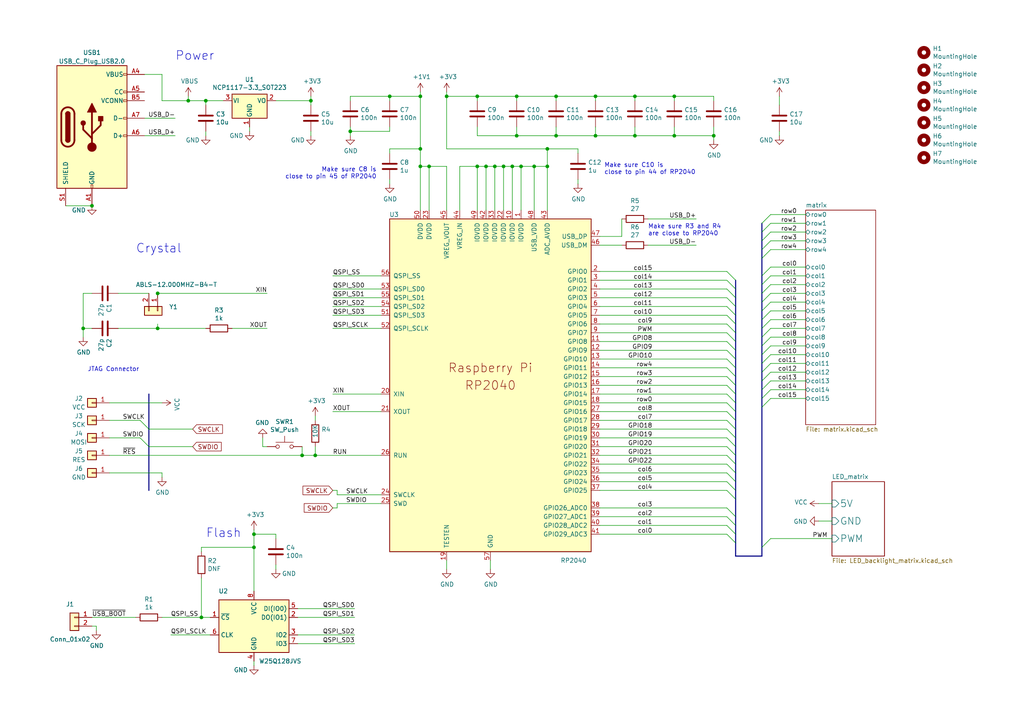
<source format=kicad_sch>
(kicad_sch (version 20230121) (generator eeschema)
  (paper "A4")
  (title_block (title "Arisu") (rev "1.0") (company "Fate"))
  (lib_symbols
    (symbol "Connector:USB_C_Plug_USB2.0" (pin_names (offset 1.016))
      (property "Reference" "P" (at -10.16 19.05 0))
      (property "Value" "USB_C_Plug_USB2.0" (at 12.7 19.05 0))
      (symbol "USB_C_Plug_USB2.0_1_1"
        (pin passive line (at 0 -22.86 90) (length 5.08) (name "GND") (number "A1"))
        (pin passive line (at 0 -22.86 90) (length 5.08) hide (name "GND") (number "A12"))
        (pin passive line (at 15.24 15.24 180) (length 5.08) (name "VBUS") (number "A4"))
        (pin bidirectional line (at 15.24 10.16 180) (length 5.08) (name "CC") (number "A5"))
        (pin bidirectional line (at 15.24 -2.54 180) (length 5.08) (name "D+") (number "A6"))
        (pin bidirectional line (at 15.24 2.54 180) (length 5.08) (name "D-") (number "A7"))
        (pin passive line (at 15.24 15.24 180) (length 5.08) hide (name "VBUS") (number "A9"))
        (pin passive line (at 0 -22.86 90) (length 5.08) hide (name "GND") (number "B1"))
        (pin passive line (at 0 -22.86 90) (length 5.08) hide (name "GND") (number "B12"))
        (pin passive line (at 15.24 15.24 180) (length 5.08) hide (name "VBUS") (number "B4"))
        (pin bidirectional line (at 15.24 7.62 180) (length 5.08) (name "VCONN") (number "B5"))
        (pin passive line (at 15.24 15.24 180) (length 5.08) hide (name "VBUS") (number "B9"))
        (pin passive line (at -7.62 -22.86 90) (length 5.08) (name "SHIELD") (number "S1"))
      )
    )
    (symbol "MCU_RaspberryPi_RP2040:RP2040" (pin_names (offset 1.016))
      (property "Reference" "U" (at -29.21 49.53 0))
      (property "Value" "RP2040" (at 24.13 -49.53 0))
      (symbol "RP2040_0_0"
        (text "Raspberry Pi" (at 0 5.08 0) (effects (font (size 2.54 2.54))))
        (text "RP2040" (at 0 0 0) (effects (font (size 2.54 2.54))))
      )
      (symbol "RP2040_1_1"
        (pin power_in line (at 8.89 50.8 270) (length 2.54) (name "IOVDD") (number "1"))
        (pin power_in line (at 6.35 50.8 270) (length 2.54) (name "IOVDD") (number "10"))
        (pin bidirectional line (at 31.75 12.7 180) (length 2.54) (name "GPIO8") (number "11"))
        (pin bidirectional line (at 31.75 10.16 180) (length 2.54) (name "GPIO9") (number "12"))
        (pin bidirectional line (at 31.75 7.62 180) (length 2.54) (name "GPIO10") (number "13"))
        (pin bidirectional line (at 31.75 5.08 180) (length 2.54) (name "GPIO11") (number "14"))
        (pin bidirectional line (at 31.75 2.54 180) (length 2.54) (name "GPIO12") (number "15"))
        (pin bidirectional line (at 31.75 0 180) (length 2.54) (name "GPIO13") (number "16"))
        (pin bidirectional line (at 31.75 -2.54 180) (length 2.54) (name "GPIO14") (number "17"))
        (pin bidirectional line (at 31.75 -5.08 180) (length 2.54) (name "GPIO15") (number "18"))
        (pin passive line (at -12.7 -50.8 90) (length 2.54) (name "TESTEN") (number "19"))
        (pin bidirectional line (at 31.75 33.02 180) (length 2.54) (name "GPIO0") (number "2"))
        (pin input line (at -31.75 -2.54 0) (length 2.54) (name "XIN") (number "20"))
        (pin passive line (at -31.75 -7.62 0) (length 2.54) (name "XOUT") (number "21"))
        (pin power_in line (at 3.81 50.8 270) (length 2.54) (name "IOVDD") (number "22"))
        (pin power_in line (at -17.78 50.8 270) (length 2.54) (name "DVDD") (number "23"))
        (pin output line (at -31.75 -31.75 0) (length 2.54) (name "SWCLK") (number "24"))
        (pin bidirectional line (at -31.75 -34.29 0) (length 2.54) (name "SWD") (number "25"))
        (pin input line (at -31.75 -20.32 0) (length 2.54) (name "RUN") (number "26"))
        (pin bidirectional line (at 31.75 -7.62 180) (length 2.54) (name "GPIO16") (number "27"))
        (pin bidirectional line (at 31.75 -10.16 180) (length 2.54) (name "GPIO17") (number "28"))
        (pin bidirectional line (at 31.75 -12.7 180) (length 2.54) (name "GPIO18") (number "29"))
        (pin bidirectional line (at 31.75 30.48 180) (length 2.54) (name "GPIO1") (number "3"))
        (pin bidirectional line (at 31.75 -15.24 180) (length 2.54) (name "GPIO19") (number "30"))
        (pin bidirectional line (at 31.75 -17.78 180) (length 2.54) (name "GPIO20") (number "31"))
        (pin bidirectional line (at 31.75 -20.32 180) (length 2.54) (name "GPIO21") (number "32"))
        (pin power_in line (at 1.27 50.8 270) (length 2.54) (name "IOVDD") (number "33"))
        (pin bidirectional line (at 31.75 -22.86 180) (length 2.54) (name "GPIO22") (number "34"))
        (pin bidirectional line (at 31.75 -25.4 180) (length 2.54) (name "GPIO23") (number "35"))
        (pin bidirectional line (at 31.75 -27.94 180) (length 2.54) (name "GPIO24") (number "36"))
        (pin bidirectional line (at 31.75 -30.48 180) (length 2.54) (name "GPIO25") (number "37"))
        (pin bidirectional line (at 31.75 -35.56 180) (length 2.54) (name "GPIO26_ADC0") (number "38"))
        (pin bidirectional line (at 31.75 -38.1 180) (length 2.54) (name "GPIO27_ADC1") (number "39"))
        (pin bidirectional line (at 31.75 27.94 180) (length 2.54) (name "GPIO2") (number "4"))
        (pin bidirectional line (at 31.75 -40.64 180) (length 2.54) (name "GPIO28_ADC2") (number "40"))
        (pin bidirectional line (at 31.75 -43.18 180) (length 2.54) (name "GPIO29_ADC3") (number "41"))
        (pin power_in line (at -1.27 50.8 270) (length 2.54) (name "IOVDD") (number "42"))
        (pin power_in line (at 16.51 50.8 270) (length 2.54) (name "ADC_AVDD") (number "43"))
        (pin power_in line (at -8.89 50.8 270) (length 2.54) (name "VREG_IN") (number "44"))
        (pin power_out line (at -12.7 50.8 270) (length 2.54) (name "VREG_VOUT") (number "45"))
        (pin bidirectional line (at 31.75 40.64 180) (length 2.54) (name "USB_DM") (number "46"))
        (pin bidirectional line (at 31.75 43.18 180) (length 2.54) (name "USB_DP") (number "47"))
        (pin power_in line (at 12.7 50.8 270) (length 2.54) (name "USB_VDD") (number "48"))
        (pin power_in line (at -3.81 50.8 270) (length 2.54) (name "IOVDD") (number "49"))
        (pin bidirectional line (at 31.75 25.4 180) (length 2.54) (name "GPIO3") (number "5"))
        (pin power_in line (at -20.32 50.8 270) (length 2.54) (name "DVDD") (number "50"))
        (pin bidirectional line (at -31.75 20.32 0) (length 2.54) (name "QSPI_SD3") (number "51"))
        (pin output line (at -31.75 16.51 0) (length 2.54) (name "QSPI_SCLK") (number "52"))
        (pin bidirectional line (at -31.75 27.94 0) (length 2.54) (name "QSPI_SD0") (number "53"))
        (pin bidirectional line (at -31.75 22.86 0) (length 2.54) (name "QSPI_SD2") (number "54"))
        (pin bidirectional line (at -31.75 25.4 0) (length 2.54) (name "QSPI_SD1") (number "55"))
        (pin bidirectional line (at -31.75 31.75 0) (length 2.54) (name "QSPI_SS") (number "56"))
        (pin power_in line (at 0 -50.8 90) (length 2.54) (name "GND") (number "57"))
        (pin bidirectional line (at 31.75 22.86 180) (length 2.54) (name "GPIO4") (number "6"))
        (pin bidirectional line (at 31.75 20.32 180) (length 2.54) (name "GPIO5") (number "7"))
        (pin bidirectional line (at 31.75 17.78 180) (length 2.54) (name "GPIO6") (number "8"))
        (pin bidirectional line (at 31.75 15.24 180) (length 2.54) (name "GPIO7") (number "9"))
      )
    )
    (symbol "PCM_RP2040_minimal-rescue:+1V1-power" (power) (pin_names (offset 0))
      (property "Value" "+1V1-power" (at 0 3.556 0))
      (symbol "+1V1-power_1_1"
        (pin power_in line (at 0 0 90) (length 0) hide (name "+1V1") (number "1"))
      )
    )
    (symbol "PCM_RP2040_minimal-rescue:+3V3-power" (power) (pin_names (offset 0))
      (property "Value" "+3V3-power" (at 0 3.556 0))
      (symbol "+3V3-power_1_1"
        (pin power_in line (at 0 0 90) (length 0) hide (name "+3V3") (number "1"))
      )
    )
    (symbol "PCM_RP2040_minimal-rescue:Conn_01x02-Connector_Generic" (pin_names (offset 1.016) hide)
      (property "Reference" "J" (at 0 2.54 0))
      (property "Value" "Connector_Generic_Conn_01x02" (at 0 -5.08 0))
      (symbol "Conn_01x02-Connector_Generic_1_1"
        (pin passive line (at -5.08 0 0) (length 3.81) (name "Pin_1") (number "1"))
        (pin passive line (at -5.08 -2.54 0) (length 3.81) (name "Pin_2") (number "2"))
      )
    )
    (symbol "PCM_RP2040_minimal-rescue:NCP1117-3.3_SOT223-Regulator_Linear" (pin_names (offset 0.254))
      (property "Reference" "U" (at -3.81 3.175 0))
      (property "Value" "Regulator_Linear_NCP1117-3.3_SOT223" (at 0 3.175 0))
      (symbol "NCP1117-3.3_SOT223-Regulator_Linear_1_1"
        (pin power_in line (at 0 -7.62 90) (length 2.54) (name "GND") (number "1"))
        (pin power_out line (at 7.62 0 180) (length 2.54) (name "VO") (number "2"))
        (pin power_in line (at -7.62 0 0) (length 2.54) (name "VI") (number "3"))
      )
    )
    (symbol "PCM_RP2040_minimal-rescue:VBUS-power" (power) (pin_names (offset 0))
      (property "Value" "VBUS-power" (at 0 3.81 0))
      (symbol "VBUS-power_1_1"
        (pin power_in line (at 0 0 90) (length 0) hide (name "VBUS") (number "1"))
      )
    )
    (symbol "PCM_RP2040_minimal-rescue:W25Q128JVS-Memory_Flash"
      (property "Reference" "U" (at -8.89 8.89 0))
      (property "Value" "Memory_Flash_W25Q128JVS" (at 7.62 8.89 0))
      (symbol "W25Q128JVS-Memory_Flash_1_1"
        (pin input line (at -12.7 2.54 0) (length 2.54) (name "~{CS}") (number "1"))
        (pin bidirectional line (at 12.7 2.54 180) (length 2.54) (name "DO(IO1)") (number "2"))
        (pin bidirectional line (at 12.7 -2.54 180) (length 2.54) (name "IO2") (number "3"))
        (pin power_in line (at 0 -10.16 90) (length 2.54) (name "GND") (number "4"))
        (pin bidirectional line (at 12.7 5.08 180) (length 2.54) (name "DI(IO0)") (number "5"))
        (pin input line (at -12.7 -2.54 0) (length 2.54) (name "CLK") (number "6"))
        (pin bidirectional line (at 12.7 -5.08 180) (length 2.54) (name "IO3") (number "7"))
        (pin power_in line (at 0 10.16 270) (length 2.54) (name "VCC") (number "8"))
      )
    )
    (symbol "arisu-rescue:C-Device" (pin_numbers hide) (pin_names (offset 0.254))
      (property "Reference" "C" (at 0.635 2.54 0))
      (property "Value" "Device_C" (at 0.635 -2.54 0))
      (symbol "C-Device_1_1"
        (pin passive line (at 0 3.81 270) (length 2.794) (name "~") (number "1"))
        (pin passive line (at 0 -3.81 90) (length 2.794) (name "~") (number "2"))
      )
    )
    (symbol "arisu-rescue:Conn_01x01-Connector_Generic" (pin_names (offset 1.016) hide)
      (property "Reference" "J" (at 0 2.54 0))
      (property "Value" "Connector_Generic_Conn_01x01" (at 0 -2.54 0))
      (symbol "Conn_01x01-Connector_Generic_1_1"
        (pin passive line (at -5.08 0 0) (length 3.81) (name "Pin_1") (number "1"))
      )
    )
    (symbol "arisu-rescue:GND-power" (power) (pin_names (offset 0))
      (property "Value" "GND-power" (at 0 -3.81 0))
      (symbol "GND-power_1_1"
        (pin power_in line (at 0 0 270) (length 0) hide (name "GND") (number "1"))
      )
    )
    (symbol "arisu-rescue:MountingHole-Mechanical" (pin_names (offset 1.016))
      (property "Reference" "H" (at 0 5.08 0))
      (property "Value" "Mechanical_MountingHole" (at 0 3.175 0))
    )
    (symbol "arisu-rescue:R-Device" (pin_numbers hide) (pin_names (offset 0))
      (property "Reference" "R" (at 2.032 0 90))
      (property "Value" "Device_R" (at 0 0 90))
      (symbol "R-Device_1_1"
        (pin passive line (at 0 3.81 270) (length 1.27) (name "~") (number "1"))
        (pin passive line (at 0 -3.81 90) (length 1.27) (name "~") (number "2"))
      )
    )
    (symbol "arisu-rescue:SW_Push-Switch" (pin_numbers hide) (pin_names (offset 1.016) hide)
      (property "Reference" "SW" (at 1.27 2.54 0))
      (property "Value" "Switch_SW_Push" (at 0 -1.524 0))
      (symbol "SW_Push-Switch_0_1"
        (pin passive line (at -5.08 0 0) (length 2.54) (name "1") (number "1"))
        (pin passive line (at 5.08 0 180) (length 2.54) (name "2") (number "2"))
      )
    )
    (symbol "arisu-rescue:VCC-power" (power) (pin_names (offset 0))
      (property "Value" "VCC-power" (at 0 3.81 0))
      (symbol "VCC-power_1_1"
        (pin power_in line (at 0 0 90) (length 0) hide (name "VCC") (number "1"))
      )
    )
  )
  (junction (at 73.66 154.94))
  (junction (at 24.13 95.25))
  (junction (at 158.75 43.18))
  (junction (at 26.67 59.69))
  (junction (at 158.75 48.26))
  (junction (at 149.86 27.94))
  (junction (at 121.92 48.26))
  (junction (at 138.43 27.94))
  (junction (at 129.54 27.94))
  (junction (at 143.51 48.26))
  (junction (at 121.92 43.18))
  (junction (at 148.59 48.26))
  (junction (at 172.72 27.94))
  (junction (at 113.03 27.94))
  (junction (at 54.61 29.21))
  (junction (at 184.15 39.37))
  (junction (at 154.94 48.26))
  (junction (at 195.58 27.94))
  (junction (at 149.86 39.37))
  (junction (at 161.29 39.37))
  (junction (at 124.46 48.26))
  (junction (at 87.63 132.08))
  (junction (at 59.69 29.21))
  (junction (at 121.92 27.94))
  (junction (at 58.42 179.07))
  (junction (at 91.44 132.08))
  (junction (at 45.72 85.09))
  (junction (at 184.15 27.94))
  (junction (at 101.6 38.1))
  (junction (at 90.17 29.21))
  (junction (at 161.29 27.94))
  (junction (at 140.97 48.26))
  (junction (at 146.05 48.26))
  (junction (at 172.72 39.37))
  (junction (at 207.01 39.37))
  (junction (at 73.66 158.75))
  (junction (at 45.72 95.25))
  (junction (at 151.13 48.26))
  (junction (at 138.43 48.26))
  (junction (at 195.58 39.37))
  (bus_entry (at 210.82 147.32) (size 2.54 2.54))
  (bus_entry (at 210.82 106.68) (size 2.54 2.54))
  (bus_entry (at 210.82 83.82) (size 2.54 2.54))
  (bus_entry (at 220.98 74.93) (size 2.54 -2.54))
  (bus_entry (at 210.82 104.14) (size 2.54 2.54))
  (bus_entry (at 220.98 97.79) (size 2.54 -2.54))
  (bus_entry (at 220.98 158.75) (size 2.54 -2.54))
  (bus_entry (at 220.98 95.25) (size 2.54 -2.54))
  (bus_entry (at 210.82 129.54) (size 2.54 2.54))
  (bus_entry (at 220.98 69.85) (size 2.54 -2.54))
  (bus_entry (at 210.82 81.28) (size 2.54 2.54))
  (bus_entry (at 210.82 78.74) (size 2.54 2.54))
  (bus_entry (at 210.82 111.76) (size 2.54 2.54))
  (bus_entry (at 210.82 116.84) (size 2.54 2.54))
  (bus_entry (at 220.98 113.03) (size 2.54 -2.54))
  (bus_entry (at 210.82 149.86) (size 2.54 2.54))
  (bus_entry (at 220.98 107.95) (size 2.54 -2.54))
  (bus_entry (at 220.98 72.39) (size 2.54 -2.54))
  (bus_entry (at 210.82 119.38) (size 2.54 2.54))
  (bus_entry (at 210.82 127) (size 2.54 2.54))
  (bus_entry (at 220.98 87.63) (size 2.54 -2.54))
  (bus_entry (at 220.98 115.57) (size 2.54 -2.54))
  (bus_entry (at 210.82 93.98) (size 2.54 2.54))
  (bus_entry (at 220.98 80.01) (size 2.54 -2.54))
  (bus_entry (at 210.82 132.08) (size 2.54 2.54))
  (bus_entry (at 210.82 154.94) (size 2.54 2.54))
  (bus_entry (at 210.82 99.06) (size 2.54 2.54))
  (bus_entry (at 210.82 114.3) (size 2.54 2.54))
  (bus_entry (at 210.82 109.22) (size 2.54 2.54))
  (bus_entry (at 220.98 92.71) (size 2.54 -2.54))
  (bus_entry (at 220.98 64.77) (size 2.54 -2.54))
  (bus_entry (at 220.98 102.87) (size 2.54 -2.54))
  (bus_entry (at 210.82 124.46) (size 2.54 2.54))
  (bus_entry (at 220.98 118.11) (size 2.54 -2.54))
  (bus_entry (at 220.98 85.09) (size 2.54 -2.54))
  (bus_entry (at 40.64 127) (size 2.54 2.54))
  (bus_entry (at 210.82 152.4) (size 2.54 2.54))
  (bus_entry (at 210.82 91.44) (size 2.54 2.54))
  (bus_entry (at 210.82 88.9) (size 2.54 2.54))
  (bus_entry (at 210.82 101.6) (size 2.54 2.54))
  (bus_entry (at 210.82 86.36) (size 2.54 2.54))
  (bus_entry (at 220.98 105.41) (size 2.54 -2.54))
  (bus_entry (at 220.98 82.55) (size 2.54 -2.54))
  (bus_entry (at 210.82 137.16) (size 2.54 2.54))
  (bus_entry (at 210.82 96.52) (size 2.54 2.54))
  (bus_entry (at 210.82 121.92) (size 2.54 2.54))
  (bus_entry (at 220.98 67.31) (size 2.54 -2.54))
  (bus_entry (at 220.98 100.33) (size 2.54 -2.54))
  (bus_entry (at 210.82 142.24) (size 2.54 2.54))
  (bus_entry (at 220.98 90.17) (size 2.54 -2.54))
  (bus_entry (at 210.82 139.7) (size 2.54 2.54))
  (bus_entry (at 220.98 110.49) (size 2.54 -2.54))
  (bus_entry (at 40.64 121.92) (size 2.54 2.54))
  (bus_entry (at 210.82 134.62) (size 2.54 2.54))
  (wire (pts (xy 173.99 111.76) (xy 210.82 111.76)))
  (wire (pts (xy 91.44 120.65) (xy 91.44 121.92)))
  (bus (pts (xy 213.36 124.46) (xy 213.36 127)))
  (wire (pts (xy 173.99 129.54) (xy 210.82 129.54)))
  (wire (pts (xy 59.69 29.21) (xy 64.77 29.21)))
  (wire (pts (xy 241.3 146.05) (xy 237.49 146.05)))
  (bus (pts (xy 43.18 129.54) (xy 43.18 142.24)))
  (bus (pts (xy 220.98 82.55) (xy 220.98 85.09)))
  (wire (pts (xy 90.17 38.1) (xy 90.17 39.37)))
  (wire (pts (xy 140.97 48.26) (xy 143.51 48.26)))
  (wire (pts (xy 73.66 191.77) (xy 73.66 193.04)))
  (wire (pts (xy 124.46 60.96) (xy 124.46 48.26)))
  (wire (pts (xy 223.52 100.33) (xy 233.68 100.33)))
  (wire (pts (xy 149.86 36.83) (xy 149.86 39.37)))
  (wire (pts (xy 58.42 160.02) (xy 58.42 158.75)))
  (wire (pts (xy 45.72 85.09) (xy 77.47 85.09)))
  (wire (pts (xy 91.44 132.08) (xy 110.49 132.08)))
  (wire (pts (xy 158.75 43.18) (xy 167.64 43.18)))
  (wire (pts (xy 173.99 154.94) (xy 210.82 154.94)))
  (wire (pts (xy 146.05 48.26) (xy 148.59 48.26)))
  (wire (pts (xy 26.67 95.25) (xy 24.13 95.25)))
  (bus (pts (xy 220.98 97.79) (xy 220.98 100.33)))
  (bus (pts (xy 220.98 113.03) (xy 220.98 115.57)))
  (wire (pts (xy 207.01 36.83) (xy 207.01 39.37)))
  (wire (pts (xy 90.17 29.21) (xy 90.17 27.94)))
  (bus (pts (xy 220.98 100.33) (xy 220.98 102.87)))
  (bus (pts (xy 213.36 99.06) (xy 213.36 101.6)))
  (wire (pts (xy 54.61 27.94) (xy 54.61 29.21)))
  (wire (pts (xy 72.39 36.83) (xy 72.39 38.1)))
  (wire (pts (xy 148.59 48.26) (xy 151.13 48.26)))
  (wire (pts (xy 149.86 27.94) (xy 161.29 27.94)))
  (bus (pts (xy 220.98 118.11) (xy 220.98 158.75)))
  (wire (pts (xy 223.52 64.77) (xy 233.68 64.77)))
  (wire (pts (xy 91.44 132.08) (xy 91.44 129.54)))
  (wire (pts (xy 138.43 36.83) (xy 138.43 39.37)))
  (wire (pts (xy 43.18 124.46) (xy 55.88 124.46)))
  (wire (pts (xy 80.01 154.94) (xy 73.66 154.94)))
  (bus (pts (xy 213.36 116.84) (xy 213.36 119.38)))
  (bus (pts (xy 220.98 80.01) (xy 220.98 82.55)))
  (wire (pts (xy 195.58 36.83) (xy 195.58 39.37)))
  (wire (pts (xy 133.35 60.96) (xy 133.35 48.26)))
  (wire (pts (xy 173.99 152.4) (xy 210.82 152.4)))
  (wire (pts (xy 34.29 85.09) (xy 43.18 85.09)))
  (bus (pts (xy 213.36 121.92) (xy 213.36 124.46)))
  (wire (pts (xy 173.99 83.82) (xy 210.82 83.82)))
  (wire (pts (xy 184.15 29.21) (xy 184.15 27.94)))
  (bus (pts (xy 220.98 105.41) (xy 220.98 107.95)))
  (wire (pts (xy 31.75 121.92) (xy 40.64 121.92)))
  (wire (pts (xy 187.96 71.12) (xy 201.93 71.12)))
  (wire (pts (xy 195.58 29.21) (xy 195.58 27.94)))
  (wire (pts (xy 241.3 151.13) (xy 237.49 151.13)))
  (wire (pts (xy 142.24 162.56) (xy 142.24 165.1)))
  (wire (pts (xy 26.67 181.61) (xy 27.94 181.61)))
  (wire (pts (xy 113.03 38.1) (xy 113.03 36.83)))
  (wire (pts (xy 46.99 29.21) (xy 54.61 29.21)))
  (wire (pts (xy 96.52 114.3) (xy 110.49 114.3)))
  (wire (pts (xy 77.47 129.54) (xy 76.2 129.54)))
  (wire (pts (xy 149.86 39.37) (xy 138.43 39.37)))
  (wire (pts (xy 113.03 43.18) (xy 121.92 43.18)))
  (bus (pts (xy 220.98 87.63) (xy 220.98 90.17)))
  (bus (pts (xy 213.36 83.82) (xy 213.36 86.36)))
  (bus (pts (xy 213.36 144.78) (xy 213.36 149.86)))
  (wire (pts (xy 173.99 101.6) (xy 210.82 101.6)))
  (wire (pts (xy 41.91 34.29) (xy 50.8 34.29)))
  (wire (pts (xy 173.99 121.92) (xy 210.82 121.92)))
  (wire (pts (xy 223.52 105.41) (xy 233.68 105.41)))
  (wire (pts (xy 121.92 48.26) (xy 121.92 60.96)))
  (wire (pts (xy 140.97 60.96) (xy 140.97 48.26)))
  (bus (pts (xy 220.98 95.25) (xy 220.98 97.79)))
  (wire (pts (xy 173.99 147.32) (xy 210.82 147.32)))
  (wire (pts (xy 173.99 116.84) (xy 210.82 116.84)))
  (wire (pts (xy 154.94 48.26) (xy 158.75 48.26)))
  (wire (pts (xy 148.59 60.96) (xy 148.59 48.26)))
  (wire (pts (xy 195.58 27.94) (xy 207.01 27.94)))
  (wire (pts (xy 129.54 48.26) (xy 124.46 48.26)))
  (wire (pts (xy 195.58 39.37) (xy 184.15 39.37)))
  (wire (pts (xy 226.06 38.1) (xy 226.06 39.37)))
  (wire (pts (xy 173.99 149.86) (xy 210.82 149.86)))
  (wire (pts (xy 172.72 29.21) (xy 172.72 27.94)))
  (wire (pts (xy 26.67 85.09) (xy 24.13 85.09)))
  (wire (pts (xy 223.52 90.17) (xy 233.68 90.17)))
  (wire (pts (xy 173.99 119.38) (xy 210.82 119.38)))
  (bus (pts (xy 220.98 110.49) (xy 220.98 113.03)))
  (wire (pts (xy 223.52 69.85) (xy 233.68 69.85)))
  (wire (pts (xy 129.54 162.56) (xy 129.54 165.1)))
  (wire (pts (xy 86.36 184.15) (xy 102.87 184.15)))
  (bus (pts (xy 213.36 161.29) (xy 220.98 161.29)))
  (wire (pts (xy 173.99 71.12) (xy 180.34 71.12)))
  (bus (pts (xy 213.36 106.68) (xy 213.36 109.22)))
  (wire (pts (xy 143.51 48.26) (xy 146.05 48.26)))
  (wire (pts (xy 187.96 63.5) (xy 201.93 63.5)))
  (wire (pts (xy 34.29 95.25) (xy 45.72 95.25)))
  (wire (pts (xy 223.52 77.47) (xy 233.68 77.47)))
  (bus (pts (xy 220.98 90.17) (xy 220.98 92.71)))
  (wire (pts (xy 173.99 104.14) (xy 210.82 104.14)))
  (wire (pts (xy 138.43 48.26) (xy 140.97 48.26)))
  (wire (pts (xy 173.99 91.44) (xy 210.82 91.44)))
  (wire (pts (xy 45.72 93.98) (xy 45.72 95.25)))
  (wire (pts (xy 113.03 52.07) (xy 113.03 53.34)))
  (wire (pts (xy 223.52 92.71) (xy 233.68 92.71)))
  (bus (pts (xy 213.36 96.52) (xy 213.36 99.06)))
  (bus (pts (xy 220.98 102.87) (xy 220.98 105.41)))
  (bus (pts (xy 213.36 157.48) (xy 213.36 161.29)))
  (wire (pts (xy 113.03 29.21) (xy 113.03 27.94)))
  (wire (pts (xy 173.99 106.68) (xy 210.82 106.68)))
  (wire (pts (xy 87.63 132.08) (xy 91.44 132.08)))
  (wire (pts (xy 113.03 44.45) (xy 113.03 43.18)))
  (wire (pts (xy 173.99 132.08) (xy 210.82 132.08)))
  (wire (pts (xy 173.99 93.98) (xy 210.82 93.98)))
  (bus (pts (xy 213.36 101.6) (xy 213.36 104.14)))
  (wire (pts (xy 223.52 95.25) (xy 233.68 95.25)))
  (wire (pts (xy 96.52 91.44) (xy 110.49 91.44)))
  (wire (pts (xy 97.79 147.32) (xy 97.79 146.05)))
  (wire (pts (xy 161.29 36.83) (xy 161.29 39.37)))
  (wire (pts (xy 59.69 38.1) (xy 59.69 39.37)))
  (wire (pts (xy 223.52 107.95) (xy 233.68 107.95)))
  (wire (pts (xy 73.66 154.94) (xy 73.66 158.75)))
  (wire (pts (xy 73.66 158.75) (xy 73.66 171.45)))
  (wire (pts (xy 223.52 80.01) (xy 233.68 80.01)))
  (wire (pts (xy 173.99 142.24) (xy 210.82 142.24)))
  (wire (pts (xy 54.61 29.21) (xy 59.69 29.21)))
  (bus (pts (xy 220.98 85.09) (xy 220.98 87.63)))
  (wire (pts (xy 110.49 95.25) (xy 96.52 95.25)))
  (wire (pts (xy 49.53 184.15) (xy 60.96 184.15)))
  (wire (pts (xy 86.36 176.53) (xy 102.87 176.53)))
  (wire (pts (xy 161.29 39.37) (xy 149.86 39.37)))
  (wire (pts (xy 39.37 179.07) (xy 26.67 179.07)))
  (wire (pts (xy 97.79 142.24) (xy 97.79 143.51)))
  (wire (pts (xy 154.94 60.96) (xy 154.94 48.26)))
  (bus (pts (xy 220.98 74.93) (xy 220.98 80.01)))
  (wire (pts (xy 151.13 48.26) (xy 151.13 60.96)))
  (bus (pts (xy 213.36 104.14) (xy 213.36 106.68)))
  (wire (pts (xy 87.63 129.54) (xy 87.63 132.08)))
  (wire (pts (xy 80.01 163.83) (xy 80.01 165.1)))
  (wire (pts (xy 129.54 43.18) (xy 158.75 43.18)))
  (wire (pts (xy 173.99 96.52) (xy 210.82 96.52)))
  (wire (pts (xy 45.72 95.25) (xy 59.69 95.25)))
  (bus (pts (xy 220.98 115.57) (xy 220.98 118.11)))
  (wire (pts (xy 172.72 39.37) (xy 161.29 39.37)))
  (wire (pts (xy 223.52 102.87) (xy 233.68 102.87)))
  (wire (pts (xy 223.52 85.09) (xy 233.68 85.09)))
  (wire (pts (xy 167.64 44.45) (xy 167.64 43.18)))
  (wire (pts (xy 41.91 39.37) (xy 50.8 39.37)))
  (wire (pts (xy 24.13 95.25) (xy 24.13 97.79)))
  (wire (pts (xy 97.79 146.05) (xy 110.49 146.05)))
  (wire (pts (xy 129.54 27.94) (xy 129.54 43.18)))
  (wire (pts (xy 19.05 59.69) (xy 26.67 59.69)))
  (wire (pts (xy 31.75 132.08) (xy 87.63 132.08)))
  (wire (pts (xy 110.49 119.38) (xy 96.52 119.38)))
  (bus (pts (xy 220.98 67.31) (xy 220.98 69.85)))
  (wire (pts (xy 101.6 29.21) (xy 101.6 27.94)))
  (wire (pts (xy 161.29 27.94) (xy 172.72 27.94)))
  (bus (pts (xy 213.36 134.62) (xy 213.36 137.16)))
  (wire (pts (xy 173.99 137.16) (xy 210.82 137.16)))
  (wire (pts (xy 184.15 39.37) (xy 172.72 39.37)))
  (wire (pts (xy 58.42 167.64) (xy 58.42 179.07)))
  (wire (pts (xy 101.6 27.94) (xy 113.03 27.94)))
  (wire (pts (xy 223.52 110.49) (xy 233.68 110.49)))
  (wire (pts (xy 124.46 48.26) (xy 121.92 48.26)))
  (bus (pts (xy 43.18 114.3) (xy 43.18 124.46)))
  (wire (pts (xy 97.79 143.51) (xy 110.49 143.51)))
  (wire (pts (xy 173.99 124.46) (xy 210.82 124.46)))
  (wire (pts (xy 173.99 134.62) (xy 210.82 134.62)))
  (wire (pts (xy 161.29 29.21) (xy 161.29 27.94)))
  (wire (pts (xy 129.54 27.94) (xy 138.43 27.94)))
  (wire (pts (xy 151.13 48.26) (xy 154.94 48.26)))
  (bus (pts (xy 220.98 72.39) (xy 220.98 74.93)))
  (wire (pts (xy 31.75 137.16) (xy 46.99 137.16)))
  (bus (pts (xy 213.36 139.7) (xy 213.36 142.24)))
  (wire (pts (xy 223.52 72.39) (xy 233.68 72.39)))
  (wire (pts (xy 173.99 109.22) (xy 210.82 109.22)))
  (wire (pts (xy 58.42 179.07) (xy 60.96 179.07)))
  (bus (pts (xy 213.36 86.36) (xy 213.36 88.9)))
  (wire (pts (xy 184.15 36.83) (xy 184.15 39.37)))
  (wire (pts (xy 172.72 27.94) (xy 184.15 27.94)))
  (wire (pts (xy 173.99 88.9) (xy 210.82 88.9)))
  (wire (pts (xy 223.52 67.31) (xy 233.68 67.31)))
  (wire (pts (xy 129.54 60.96) (xy 129.54 48.26)))
  (wire (pts (xy 173.99 86.36) (xy 210.82 86.36)))
  (wire (pts (xy 158.75 48.26) (xy 158.75 60.96)))
  (bus (pts (xy 213.36 129.54) (xy 213.36 132.08)))
  (wire (pts (xy 110.49 80.01) (xy 96.52 80.01)))
  (wire (pts (xy 158.75 43.18) (xy 158.75 48.26)))
  (wire (pts (xy 113.03 27.94) (xy 121.92 27.94)))
  (bus (pts (xy 213.36 111.76) (xy 213.36 114.3)))
  (bus (pts (xy 213.36 142.24) (xy 213.36 144.78)))
  (wire (pts (xy 80.01 29.21) (xy 90.17 29.21)))
  (wire (pts (xy 46.99 137.16) (xy 46.99 138.43)))
  (wire (pts (xy 207.01 39.37) (xy 207.01 40.64)))
  (wire (pts (xy 101.6 36.83) (xy 101.6 38.1)))
  (wire (pts (xy 97.79 147.32) (xy 96.52 147.32)))
  (wire (pts (xy 96.52 86.36) (xy 110.49 86.36)))
  (wire (pts (xy 58.42 158.75) (xy 73.66 158.75)))
  (wire (pts (xy 207.01 29.21) (xy 207.01 27.94)))
  (bus (pts (xy 213.36 88.9) (xy 213.36 91.44)))
  (wire (pts (xy 172.72 36.83) (xy 172.72 39.37)))
  (wire (pts (xy 223.52 82.55) (xy 233.68 82.55)))
  (bus (pts (xy 213.36 81.28) (xy 213.36 83.82)))
  (wire (pts (xy 133.35 48.26) (xy 138.43 48.26)))
  (bus (pts (xy 213.36 152.4) (xy 213.36 154.94)))
  (wire (pts (xy 223.52 115.57) (xy 233.68 115.57)))
  (wire (pts (xy 149.86 29.21) (xy 149.86 27.94)))
  (wire (pts (xy 167.64 52.07) (xy 167.64 53.34)))
  (wire (pts (xy 96.52 88.9) (xy 110.49 88.9)))
  (bus (pts (xy 220.98 107.95) (xy 220.98 110.49)))
  (wire (pts (xy 143.51 60.96) (xy 143.51 48.26)))
  (wire (pts (xy 173.99 68.58) (xy 180.34 68.58)))
  (bus (pts (xy 213.36 93.98) (xy 213.36 96.52)))
  (wire (pts (xy 223.52 156.21) (xy 241.3 156.21)))
  (wire (pts (xy 41.91 21.59) (xy 46.99 21.59)))
  (wire (pts (xy 43.18 129.54) (xy 55.88 129.54)))
  (wire (pts (xy 59.69 30.48) (xy 59.69 29.21)))
  (wire (pts (xy 138.43 29.21) (xy 138.43 27.94)))
  (wire (pts (xy 31.75 127) (xy 40.64 127)))
  (wire (pts (xy 73.66 153.67) (xy 73.66 154.94)))
  (wire (pts (xy 31.75 116.84) (xy 46.99 116.84)))
  (wire (pts (xy 24.13 85.09) (xy 24.13 95.25)))
  (wire (pts (xy 27.94 181.61) (xy 27.94 182.88)))
  (bus (pts (xy 220.98 158.75) (xy 220.98 161.29)))
  (wire (pts (xy 195.58 39.37) (xy 207.01 39.37)))
  (wire (pts (xy 184.15 27.94) (xy 195.58 27.94)))
  (wire (pts (xy 80.01 156.21) (xy 80.01 154.94)))
  (bus (pts (xy 220.98 64.77) (xy 220.98 67.31)))
  (wire (pts (xy 173.99 99.06) (xy 210.82 99.06)))
  (bus (pts (xy 213.36 132.08) (xy 213.36 134.62)))
  (bus (pts (xy 220.98 69.85) (xy 220.98 72.39)))
  (wire (pts (xy 129.54 26.67) (xy 129.54 27.94)))
  (bus (pts (xy 43.18 124.46) (xy 43.18 129.54)))
  (wire (pts (xy 223.52 62.23) (xy 233.68 62.23)))
  (bus (pts (xy 213.36 149.86) (xy 213.36 152.4)))
  (wire (pts (xy 138.43 27.94) (xy 149.86 27.94)))
  (wire (pts (xy 121.92 43.18) (xy 121.92 48.26)))
  (wire (pts (xy 173.99 114.3) (xy 210.82 114.3)))
  (wire (pts (xy 67.31 95.25) (xy 77.47 95.25)))
  (wire (pts (xy 97.79 142.24) (xy 96.52 142.24)))
  (bus (pts (xy 213.36 119.38) (xy 213.36 121.92)))
  (wire (pts (xy 223.52 97.79) (xy 233.68 97.79)))
  (wire (pts (xy 101.6 38.1) (xy 113.03 38.1)))
  (wire (pts (xy 45.72 86.36) (xy 45.72 85.09)))
  (wire (pts (xy 121.92 27.94) (xy 121.92 43.18)))
  (wire (pts (xy 173.99 127) (xy 210.82 127)))
  (wire (pts (xy 173.99 139.7) (xy 210.82 139.7)))
  (wire (pts (xy 173.99 81.28) (xy 210.82 81.28)))
  (bus (pts (xy 213.36 154.94) (xy 213.36 157.48)))
  (wire (pts (xy 121.92 26.67) (xy 121.92 27.94)))
  (wire (pts (xy 173.99 78.74) (xy 210.82 78.74)))
  (wire (pts (xy 46.99 179.07) (xy 58.42 179.07)))
  (wire (pts (xy 96.52 83.82) (xy 110.49 83.82)))
  (wire (pts (xy 138.43 60.96) (xy 138.43 48.26)))
  (wire (pts (xy 46.99 21.59) (xy 46.99 29.21)))
  (bus (pts (xy 213.36 137.16) (xy 213.36 139.7)))
  (wire (pts (xy 101.6 38.1) (xy 101.6 39.37)))
  (wire (pts (xy 223.52 113.03) (xy 233.68 113.03)))
  (wire (pts (xy 226.06 27.94) (xy 226.06 30.48)))
  (wire (pts (xy 223.52 87.63) (xy 233.68 87.63)))
  (wire (pts (xy 86.36 186.69) (xy 102.87 186.69)))
  (wire (pts (xy 90.17 30.48) (xy 90.17 29.21)))
  (wire (pts (xy 146.05 60.96) (xy 146.05 48.26)))
  (bus (pts (xy 213.36 91.44) (xy 213.36 93.98)))
  (wire (pts (xy 76.2 129.54) (xy 76.2 127)))
  (wire (pts (xy 86.36 179.07) (xy 102.87 179.07)))
  (bus (pts (xy 213.36 114.3) (xy 213.36 116.84)))
  (bus (pts (xy 220.98 92.71) (xy 220.98 95.25)))
  (bus (pts (xy 213.36 127) (xy 213.36 129.54)))
  (bus (pts (xy 213.36 109.22) (xy 213.36 111.76)))
  (wire (pts (xy 180.34 63.5) (xy 180.34 68.58)))
  (text "Flash" (at 59.69 156.21 0) (effects (font (size 2.54 2.54)) (justify left bottom)))
  (text "JTAG Connector" (at 25.4 107.95 0) (effects (font (size 1.27 1.27)) (justify left bottom)))
  (text "Crystal" (at 39.37 73.66 0) (effects (font (size 2.54 2.54)) (justify left bottom)))
  (text "Make sure C8 is\nclose to pin 45 of RP2040" (at 109.22 52.07 0) (effects (font (size 1.27 1.27)) (justify right bottom)))
  (text "Make sure C10 is \nclose to pin 44 of RP2040" (at 175.26 50.8 0) (effects (font (size 1.27 1.27)) (justify left bottom)))
  (text "Power" (at 50.8 17.78 0) (effects (font (size 2.54 2.54)) (justify left bottom)))
  (text "Make sure R3 and R4\nare close to RP2040" (at 187.96 68.58 0) (effects (font (size 1.27 1.27)) (justify left bottom)))
  (label "SWCLK" (at 35.56 121.92 0))
  (label "col2" (at 231.14 82.55 180))
  (label "USB_D+" (at 201.93 63.5 180))
  (label "col3" (at 231.14 85.09 180))
  (label "GPIO21" (at 189.23 132.08 180))
  (label "col15" (at 231.14 115.57 180))
  (label "QSPI_SD2" (at 102.87 184.15 180))
  (label "col5" (at 231.14 90.17 180))
  (label "col4" (at 189.23 142.24 180))
  (label "GPIO9" (at 189.23 101.6 180))
  (label "QSPI_SS" (at 96.52 80.01 0))
  (label "QSPI_SS" (at 49.53 179.07 0))
  (label "col10" (at 189.23 91.44 180))
  (label "row1" (at 189.23 114.3 180))
  (label "row4" (at 231.14 72.39 180))
  (label "col9" (at 231.14 100.33 180))
  (label "SWDIO" (at 100.33 146.05 0))
  (label "col6" (at 231.14 92.71 180))
  (label "col4" (at 231.14 87.63 180))
  (label "PWM" (at 240.03 156.21 180))
  (label "QSPI_SD3" (at 96.52 91.44 0))
  (label "col12" (at 231.14 107.95 180))
  (label "QSPI_SD2" (at 96.52 88.9 0))
  (label "GPIO8" (at 189.23 99.06 180))
  (label "col8" (at 189.23 119.38 180))
  (label "XOUT" (at 96.52 119.38 0))
  (label "QSPI_SCLK" (at 49.53 184.15 0))
  (label "row3" (at 189.23 109.22 180))
  (label "~{USB_BOOT}" (at 26.67 179.07 0))
  (label "col0" (at 231.14 77.47 180))
  (label "XOUT" (at 77.47 95.25 180))
  (label "PWM" (at 189.23 96.52 180))
  (label "col12" (at 189.23 86.36 180))
  (label "col15" (at 189.23 78.74 180))
  (label "col7" (at 189.23 121.92 180))
  (label "col11" (at 189.23 88.9 180))
  (label "col11" (at 231.14 105.41 180))
  (label "XIN" (at 77.47 85.09 180))
  (label "QSPI_SD1" (at 96.52 86.36 0))
  (label "col5" (at 189.23 139.7 180))
  (label "row2" (at 231.14 67.31 180))
  (label "SWCLK" (at 100.33 143.51 0))
  (label "col2" (at 189.23 149.86 180))
  (label "QSPI_SD0" (at 102.87 176.53 180))
  (label "col13" (at 189.23 83.82 180))
  (label "col14" (at 189.23 81.28 180))
  (label "row3" (at 231.14 69.85 180))
  (label "col6" (at 189.23 137.16 180))
  (label "col7" (at 231.14 95.25 180))
  (label "QSPI_SD3" (at 102.87 186.69 180))
  (label "USB_D-" (at 50.8 34.29 180))
  (label "row0" (at 231.14 62.23 180))
  (label "~{RES}" (at 35.56 132.08 0))
  (label "col8" (at 231.14 97.79 180))
  (label "RUN" (at 96.52 132.08 0))
  (label "col10" (at 231.14 102.87 180))
  (label "XIN" (at 96.52 114.3 0))
  (label "row2" (at 189.23 111.76 180))
  (label "QSPI_SCLK" (at 96.52 95.25 0))
  (label "col3" (at 189.23 147.32 180))
  (label "GPIO22" (at 189.23 134.62 180))
  (label "USB_D+" (at 50.8 39.37 180))
  (label "GPIO20" (at 189.23 129.54 180))
  (label "col1" (at 231.14 80.01 180))
  (label "GPIO18" (at 189.23 124.46 180))
  (label "col13" (at 231.14 110.49 180))
  (label "row4" (at 189.23 106.68 180))
  (label "GPIO19" (at 189.23 127 180))
  (label "USB_D-" (at 201.93 71.12 180))
  (label "col14" (at 231.14 113.03 180))
  (label "col1" (at 189.23 152.4 180))
  (label "QSPI_SD1" (at 102.87 179.07 180))
  (label "QSPI_SD0" (at 96.52 83.82 0))
  (label "row1" (at 231.14 64.77 180))
  (label "col9" (at 189.23 93.98 180))
  (label "row0" (at 189.23 116.84 180))
  (label "col0" (at 189.23 154.94 180))
  (label "SWDIO" (at 35.56 127 0))
  (label "GPIO10" (at 189.23 104.14 180))
  (global_label "SWCLK" (shape input) (at 96.52 142.24 180) (property "Intersheetrefs" "${INTERSHEET_REFS}" (effects hide)))
  (global_label "SWCLK" (shape input) (at 55.88 124.46 0) (property "Intersheetrefs" "${INTERSHEET_REFS}" (effects hide)))
  (global_label "SWDIO" (shape input) (at 96.52 147.32 180) (property "Intersheetrefs" "${INTERSHEET_REFS}" (effects hide)))
  (global_label "SWDIO" (shape input) (at 55.88 129.54 0) (property "Intersheetrefs" "${INTERSHEET_REFS}" (effects hide)))
  (symbol (lib_id "arisu-rescue:SW_Push-Switch") (at 82.55 129.54 0) (unit 1)
    (property "Reference" "SWR1" (at 82.55 122.301 0))
    (property "Value" "SW_Push" (at 82.55 124.6124 0))
    (property "Footprint" "Buttons_Switches_SMD:SW_SPST_TL3342" (effects hide))
  )
  (symbol (lib_id "arisu-rescue:GND-power") (at 76.2 127 180) (unit 1)
    (property "Reference" "#PWR010" (effects hide))
    (property "Value" "GND" (at 76.073 122.6058 0))
  )
  (symbol (lib_id "arisu-rescue:MountingHole-Mechanical") (at 267.97 15.24 0) (unit 1)
    (property "Reference" "H1" (at 270.51 14.0716 0) (effects (justify left)))
    (property "Value" "MountingHole" (at 270.51 16.383 0) (effects (justify left)))
    (property "Footprint" "MountingHole:MountingHole_2.2mm_M2_Pad" (effects hide))
  )
  (symbol (lib_id "arisu-rescue:MountingHole-Mechanical") (at 267.97 20.32 0) (unit 1)
    (property "Reference" "H2" (at 270.51 19.1516 0) (effects (justify left)))
    (property "Value" "MountingHole" (at 270.51 21.463 0) (effects (justify left)))
    (property "Footprint" "MountingHole:MountingHole_2.2mm_M2_Pad" (effects hide))
  )
  (symbol (lib_id "arisu-rescue:MountingHole-Mechanical") (at 267.97 25.4 0) (unit 1)
    (property "Reference" "H3" (at 270.51 24.2316 0) (effects (justify left)))
    (property "Value" "MountingHole" (at 270.51 26.543 0) (effects (justify left)))
    (property "Footprint" "MountingHole:MountingHole_2.2mm_M2_Pad" (effects hide))
  )
  (symbol (lib_id "arisu-rescue:MountingHole-Mechanical") (at 267.97 30.48 0) (unit 1)
    (property "Reference" "H4" (at 270.51 29.3116 0) (effects (justify left)))
    (property "Value" "MountingHole" (at 270.51 31.623 0) (effects (justify left)))
    (property "Footprint" "MountingHole:MountingHole_2.2mm_M2_Pad" (effects hide))
  )
  (symbol (lib_id "arisu-rescue:MountingHole-Mechanical") (at 267.97 35.56 0) (unit 1)
    (property "Reference" "H5" (at 270.51 34.3916 0) (effects (justify left)))
    (property "Value" "MountingHole" (at 270.51 36.703 0) (effects (justify left)))
    (property "Footprint" "MountingHole:MountingHole_2.2mm_M2_Pad" (effects hide))
  )
  (symbol (lib_id "arisu-rescue:MountingHole-Mechanical") (at 267.97 40.64 0) (unit 1)
    (property "Reference" "H6" (at 270.51 39.4716 0) (effects (justify left)))
    (property "Value" "MountingHole" (at 270.51 41.783 0) (effects (justify left)))
    (property "Footprint" "MountingHole:MountingHole_2.2mm_M2_Pad" (effects hide))
  )
  (symbol (lib_id "arisu-rescue:Conn_01x01-Connector_Generic") (at 26.67 116.84 180) (unit 1)
    (property "Reference" "J2" (at 22.86 115.57 0))
    (property "Value" "VCC" (at 22.86 118.11 0))
    (property "Footprint" "Pin_Headers:Pin_Header_Straight_1x01_Pitch2.54mm" (effects hide))
  )
  (symbol (lib_id "arisu-rescue:Conn_01x01-Connector_Generic") (at 26.67 121.92 180) (unit 1)
    (property "Reference" "J3" (at 22.86 120.65 0))
    (property "Value" "SCK" (at 22.86 123.19 0))
    (property "Footprint" "Pin_Headers:Pin_Header_Straight_1x01_Pitch2.54mm" (effects hide))
  )
  (symbol (lib_id "arisu-rescue:Conn_01x01-Connector_Generic") (at 26.67 127 180) (unit 1)
    (property "Reference" "J4" (at 22.86 125.73 0))
    (property "Value" "MOSI" (at 22.86 128.27 0))
    (property "Footprint" "Pin_Headers:Pin_Header_Straight_1x01_Pitch2.54mm" (effects hide))
  )
  (symbol (lib_id "arisu-rescue:Conn_01x01-Connector_Generic") (at 26.67 132.08 180) (unit 1)
    (property "Reference" "J5" (at 22.86 130.81 0))
    (property "Value" "RES" (at 22.86 133.35 0))
    (property "Footprint" "Pin_Headers:Pin_Header_Straight_1x01_Pitch2.54mm" (effects hide))
  )
  (symbol (lib_id "arisu-rescue:Conn_01x01-Connector_Generic") (at 26.67 137.16 180) (unit 1)
    (property "Reference" "J6" (at 22.86 135.89 0))
    (property "Value" "GND" (at 22.86 138.43 0))
    (property "Footprint" "Pin_Headers:Pin_Header_Straight_1x01_Pitch2.54mm" (effects hide))
  )
  (symbol (lib_id "arisu-rescue:GND-power") (at 46.99 138.43 0) (unit 1)
    (property "Reference" "#PWR05" (effects hide))
    (property "Value" "GND" (at 47.117 142.8242 0))
  )
  (symbol (lib_id "arisu-rescue:VCC-power") (at 46.99 116.84 270) (unit 1)
    (property "Reference" "#PWR04" (effects hide))
    (property "Value" "VCC" (at 51.3842 117.2718 0))
  )
  (symbol (lib_id "MCU_RaspberryPi_RP2040:RP2040") (at 142.24 111.76 0) (unit 1)
    (property "Reference" "U3" (at 114.3 62.23 0))
    (property "Value" "RP2040" (at 166.37 162.56 0))
    (property "Footprint" "RP2040_minimal:RP2040-QFN-56" (effects hide))
  )
  (symbol (lib_id "arisu-rescue:C-Device") (at 30.48 85.09 270) (unit 1)
    (property "Reference" "C1" (at 31.6484 88.011 0) (effects (justify left)))
    (property "Value" "27p" (at 29.337 88.011 0) (effects (justify left)))
    (property "Footprint" "Capacitor_SMD:C_0402_1005Metric" (effects hide))
  )
  (symbol (lib_id "arisu-rescue:C-Device") (at 30.48 95.25 270) (unit 1)
    (property "Reference" "C2" (at 31.6484 98.171 0) (effects (justify left)))
    (property "Value" "27p" (at 29.337 98.171 0) (effects (justify left)))
    (property "Footprint" "Capacitor_SMD:C_0402_1005Metric" (effects hide))
  )
  (symbol (lib_id "arisu-rescue:GND-power") (at 24.13 97.79 0) (unit 1)
    (property "Reference" "#PWR01" (effects hide))
    (property "Value" "GND" (at 24.257 102.1842 0))
  )
  (symbol (lib_id "PCM_RP2040_minimal-rescue:W25Q128JVS-Memory_Flash") (at 73.66 181.61 0) (unit 1)
    (property "Reference" "U2" (at 64.77 171.45 0))
    (property "Value" "W25Q128JVS" (at 81.28 191.77 0))
    (property "Footprint" "Package_SO:SOIC-8_5.23x5.23mm_P1.27mm" (effects hide))
    (property "Datasheet" "http://www.winbond.com/resource-files/w25q128jv_dtr%20revc%2003272018%20plus.pdf" (effects hide))
  )
  (symbol (lib_id "PCM_RP2040_minimal-rescue:+3V3-power") (at 73.66 153.67 0) (unit 1)
    (property "Reference" "#PWR08" (effects hide))
    (property "Value" "+3V3" (at 74.041 149.2758 0))
  )
  (symbol (lib_id "arisu-rescue:GND-power") (at 73.66 193.04 0) (unit 1)
    (property "Reference" "#PWR09" (effects hide))
    (property "Value" "GND" (at 69.85 194.31 0))
  )
  (symbol (lib_id "arisu-rescue:R-Device") (at 58.42 163.83 0) (unit 1)
    (property "Reference" "R2" (at 60.198 162.6616 0) (effects (justify left)))
    (property "Value" "DNF" (at 60.198 164.973 0) (effects (justify left)))
    (property "Footprint" "Capacitor_SMD:C_0402_1005Metric" (effects hide))
  )
  (symbol (lib_id "arisu-rescue:R-Device") (at 43.18 179.07 270) (unit 1)
    (property "Reference" "R1" (at 43.18 173.8122 90))
    (property "Value" "1k" (at 43.18 176.1236 90))
    (property "Footprint" "Capacitor_SMD:C_0402_1005Metric" (effects hide))
  )
  (symbol (lib_id "arisu-rescue:C-Device") (at 80.01 160.02 0) (unit 1)
    (property "Reference" "C4" (at 82.931 158.8516 0) (effects (justify left)))
    (property "Value" "100n" (at 82.931 161.163 0) (effects (justify left)))
    (property "Footprint" "Capacitor_SMD:C_0402_1005Metric" (effects hide))
  )
  (symbol (lib_id "arisu-rescue:GND-power") (at 80.01 165.1 0) (unit 1)
    (property "Reference" "#PWR011" (effects hide))
    (property "Value" "GND" (at 83.82 166.37 0))
  )
  (symbol (lib_id "arisu-rescue:GND-power") (at 142.24 165.1 0) (unit 1)
    (property "Reference" "#PWR020" (effects hide))
    (property "Value" "GND" (at 142.367 169.4942 0))
  )
  (symbol (lib_id "arisu-rescue:GND-power") (at 129.54 165.1 0) (unit 1)
    (property "Reference" "#PWR019" (effects hide))
    (property "Value" "GND" (at 129.667 169.4942 0))
  )
  (symbol (lib_id "arisu-rescue:R-Device") (at 184.15 63.5 270) (unit 1)
    (property "Reference" "R5" (at 184.15 58.2422 90))
    (property "Value" "27" (at 184.15 60.5536 90))
    (property "Footprint" "Capacitor_SMD:C_0402_1005Metric" (effects hide))
  )
  (symbol (lib_id "arisu-rescue:R-Device") (at 184.15 71.12 270) (unit 1)
    (property "Reference" "R6" (at 184.15 65.8622 90))
    (property "Value" "27" (at 184.15 68.1736 90))
    (property "Footprint" "Capacitor_SMD:C_0402_1005Metric" (effects hide))
  )
  (symbol (lib_id "PCM_RP2040_minimal-rescue:+3V3-power") (at 129.54 26.67 0) (unit 1)
    (property "Reference" "#PWR018" (effects hide))
    (property "Value" "+3V3" (at 129.921 22.2758 0))
  )
  (symbol (lib_id "PCM_RP2040_minimal-rescue:+1V1-power") (at 121.92 26.67 0) (unit 1)
    (property "Reference" "#PWR017" (effects hide))
    (property "Value" "+1V1" (at 122.301 22.2758 0))
  )
  (symbol (lib_id "arisu-rescue:C-Device") (at 138.43 33.02 0) (unit 1)
    (property "Reference" "C9" (at 141.351 31.8516 0) (effects (justify left)))
    (property "Value" "100n" (at 141.351 34.163 0) (effects (justify left)))
    (property "Footprint" "Capacitor_SMD:C_0402_1005Metric" (effects hide))
  )
  (symbol (lib_id "arisu-rescue:C-Device") (at 149.86 33.02 0) (unit 1)
    (property "Reference" "C10" (at 152.781 31.8516 0) (effects (justify left)))
    (property "Value" "100n" (at 152.781 34.163 0) (effects (justify left)))
    (property "Footprint" "Capacitor_SMD:C_0402_1005Metric" (effects hide))
  )
  (symbol (lib_id "arisu-rescue:C-Device") (at 161.29 33.02 0) (unit 1)
    (property "Reference" "C11" (at 164.211 31.8516 0) (effects (justify left)))
    (property "Value" "100n" (at 164.211 34.163 0) (effects (justify left)))
    (property "Footprint" "Capacitor_SMD:C_0402_1005Metric" (effects hide))
  )
  (symbol (lib_id "arisu-rescue:C-Device") (at 172.72 33.02 0) (unit 1)
    (property "Reference" "C13" (at 175.641 31.8516 0) (effects (justify left)))
    (property "Value" "100n" (at 175.641 34.163 0) (effects (justify left)))
    (property "Footprint" "Capacitor_SMD:C_0402_1005Metric" (effects hide))
  )
  (symbol (lib_id "arisu-rescue:C-Device") (at 184.15 33.02 0) (unit 1)
    (property "Reference" "C14" (at 187.071 31.8516 0) (effects (justify left)))
    (property "Value" "100n" (at 187.071 34.163 0) (effects (justify left)))
    (property "Footprint" "Capacitor_SMD:C_0402_1005Metric" (effects hide))
  )
  (symbol (lib_id "arisu-rescue:C-Device") (at 195.58 33.02 0) (unit 1)
    (property "Reference" "C15" (at 198.501 31.8516 0) (effects (justify left)))
    (property "Value" "100n" (at 198.501 34.163 0) (effects (justify left)))
    (property "Footprint" "Capacitor_SMD:C_0402_1005Metric" (effects hide))
  )
  (symbol (lib_id "arisu-rescue:C-Device") (at 207.01 33.02 0) (unit 1)
    (property "Reference" "C16" (at 209.931 31.8516 0) (effects (justify left)))
    (property "Value" "100n" (at 209.931 34.163 0) (effects (justify left)))
    (property "Footprint" "Capacitor_SMD:C_0402_1005Metric" (effects hide))
  )
  (symbol (lib_id "arisu-rescue:C-Device") (at 101.6 33.02 0) (unit 1)
    (property "Reference" "C6" (at 104.521 31.8516 0) (effects (justify left)))
    (property "Value" "100n" (at 104.521 34.163 0) (effects (justify left)))
    (property "Footprint" "Capacitor_SMD:C_0402_1005Metric" (effects hide))
  )
  (symbol (lib_id "arisu-rescue:C-Device") (at 113.03 33.02 0) (unit 1)
    (property "Reference" "C7" (at 115.951 31.8516 0) (effects (justify left)))
    (property "Value" "100n" (at 115.951 34.163 0) (effects (justify left)))
    (property "Footprint" "Capacitor_SMD:C_0402_1005Metric" (effects hide))
  )
  (symbol (lib_id "arisu-rescue:C-Device") (at 113.03 48.26 0) (unit 1)
    (property "Reference" "C8" (at 115.951 47.0916 0) (effects (justify left)))
    (property "Value" "1u" (at 115.951 49.403 0) (effects (justify left)))
    (property "Footprint" "Capacitor_SMD:C_0402_1005Metric" (effects hide))
  )
  (symbol (lib_id "arisu-rescue:C-Device") (at 167.64 48.26 0) (unit 1)
    (property "Reference" "C12" (at 170.561 47.0916 0) (effects (justify left)))
    (property "Value" "1u" (at 170.561 49.403 0) (effects (justify left)))
    (property "Footprint" "Capacitor_SMD:C_0402_1005Metric" (effects hide))
  )
  (symbol (lib_id "arisu-rescue:GND-power") (at 207.01 40.64 0) (unit 1)
    (property "Reference" "#PWR022" (effects hide))
    (property "Value" "GND" (at 207.137 45.0342 0))
  )
  (symbol (lib_id "arisu-rescue:GND-power") (at 101.6 39.37 0) (unit 1)
    (property "Reference" "#PWR015" (effects hide))
    (property "Value" "GND" (at 101.727 43.7642 0))
  )
  (symbol (lib_id "arisu-rescue:GND-power") (at 113.03 53.34 0) (unit 1)
    (property "Reference" "#PWR016" (effects hide))
    (property "Value" "GND" (at 113.157 57.7342 0))
  )
  (symbol (lib_id "arisu-rescue:GND-power") (at 167.64 53.34 0) (unit 1)
    (property "Reference" "#PWR021" (effects hide))
    (property "Value" "GND" (at 167.767 57.7342 0))
  )
  (symbol (lib_id "PCM_RP2040_minimal-rescue:NCP1117-3.3_SOT223-Regulator_Linear") (at 72.39 29.21 0) (unit 1)
    (property "Reference" "U1" (at 72.39 23.0632 0))
    (property "Value" "NCP1117-3.3_SOT223" (at 72.39 25.3746 0))
    (property "Footprint" "Package_TO_SOT_SMD:SOT-223-3_TabPin2" (effects hide))
    (property "Datasheet" "http://www.onsemi.com/pub_link/Collateral/NCP1117-D.PDF" (effects hide))
  )
  (symbol (lib_id "PCM_RP2040_minimal-rescue:VBUS-power") (at 54.61 27.94 0) (unit 1)
    (property "Reference" "#PWR03" (effects hide))
    (property "Value" "VBUS" (at 54.991 23.5458 0))
  )
  (symbol (lib_id "arisu-rescue:GND-power") (at 72.39 38.1 0) (unit 1)
    (property "Reference" "#PWR07" (effects hide))
    (property "Value" "GND" (at 68.58 39.37 0))
  )
  (symbol (lib_id "PCM_RP2040_minimal-rescue:+3V3-power") (at 90.17 27.94 0) (unit 1)
    (property "Reference" "#PWR012" (effects hide))
    (property "Value" "+3V3" (at 90.551 23.5458 0))
  )
  (symbol (lib_id "arisu-rescue:C-Device") (at 59.69 34.29 0) (unit 1)
    (property "Reference" "C3" (at 62.611 33.1216 0) (effects (justify left)))
    (property "Value" "10u" (at 62.611 35.433 0) (effects (justify left)))
    (property "Footprint" "Capacitor_SMD:C_0805_2012Metric" (effects hide))
  )
  (symbol (lib_id "arisu-rescue:C-Device") (at 90.17 34.29 0) (unit 1)
    (property "Reference" "C5" (at 93.091 33.1216 0) (effects (justify left)))
    (property "Value" "10u" (at 93.091 35.433 0) (effects (justify left)))
    (property "Footprint" "Capacitor_SMD:C_0805_2012Metric" (effects hide))
  )
  (symbol (lib_id "arisu-rescue:GND-power") (at 59.69 39.37 0) (unit 1)
    (property "Reference" "#PWR06" (effects hide))
    (property "Value" "GND" (at 55.88 40.64 0))
  )
  (symbol (lib_id "arisu-rescue:GND-power") (at 90.17 39.37 0) (unit 1)
    (property "Reference" "#PWR013" (effects hide))
    (property "Value" "GND" (at 86.36 40.64 0))
  )
  (symbol (lib_id "arisu-rescue:R-Device") (at 63.5 95.25 270) (unit 1)
    (property "Reference" "R3" (at 63.5 89.9922 90))
    (property "Value" "1k" (at 63.5 92.3036 90))
    (property "Footprint" "Capacitor_SMD:C_0402_1005Metric" (effects hide))
  )
  (symbol (lib_id "PCM_RP2040_minimal-rescue:Conn_01x02-Connector_Generic") (at 45.72 90.17 270) (unit 1)
    (property "Reference" "Y1" (at 49.0474 89.0016 90) (effects (justify left)))
    (property "Value" "ABLS-12.000MHZ-B4-T" (at 39.37 82.55 90) (effects (justify left)))
    (property "Footprint" "RP2040_minimal:Crystal_SMD_HC49-US" (effects hide))
  )
  (symbol (lib_id "PCM_RP2040_minimal-rescue:+3V3-power") (at 226.06 27.94 0) (unit 1)
    (property "Reference" "#PWR023" (effects hide))
    (property "Value" "+3V3" (at 226.441 23.5458 0))
  )
  (symbol (lib_id "arisu-rescue:C-Device") (at 226.06 34.29 0) (unit 1)
    (property "Reference" "C17" (at 228.981 33.1216 0) (effects (justify left)))
    (property "Value" "10u" (at 228.981 35.433 0) (effects (justify left)))
    (property "Footprint" "Capacitor_SMD:C_0805_2012Metric" (effects hide))
  )
  (symbol (lib_id "arisu-rescue:GND-power") (at 226.06 39.37 0) (unit 1)
    (property "Reference" "#PWR024" (effects hide))
    (property "Value" "GND" (at 222.25 40.64 0))
  )
  (symbol (lib_id "PCM_RP2040_minimal-rescue:Conn_01x02-Connector_Generic") (at 21.59 179.07 0) (mirror y) (unit 1)
    (property "Reference" "J1" (at 20.32 175.26 0))
    (property "Value" "Conn_01x02" (at 20.32 185.42 0))
    (property "Footprint" "Connector_PinHeader_2.54mm:PinHeader_1x02_P2.54mm_Vertical" (effects hide))
  )
  (symbol (lib_id "arisu-rescue:GND-power") (at 27.94 182.88 0) (unit 1)
    (property "Reference" "#PWR02" (effects hide))
    (property "Value" "GND" (at 28.067 187.2742 0))
  )
  (symbol (lib_id "arisu-rescue:VCC-power") (at 237.49 146.05 90) (unit 1)
    (property "Reference" "#PWR025" (effects hide))
    (property "Value" "VCC" (at 234.2642 145.669 90) (effects (justify left)))
  )
  (symbol (lib_id "arisu-rescue:GND-power") (at 237.49 151.13 270) (unit 1)
    (property "Reference" "#PWR026" (effects hide))
    (property "Value" "GND" (at 234.2388 151.257 90) (effects (justify right)))
  )
  (symbol (lib_id "PCM_RP2040_minimal-rescue:+3V3-power") (at 91.44 120.65 0) (unit 1)
    (property "Reference" "#PWR014" (effects hide))
    (property "Value" "+3V3" (at 91.821 116.2558 0))
  )
  (symbol (lib_id "arisu-rescue:R-Device") (at 91.44 125.73 0) (unit 1)
    (property "Reference" "R4" (at 93.218 124.5616 0) (effects (justify left)))
    (property "Value" "10K" (at 91.44 127 90) (effects (justify left)))
    (property "Footprint" "Resistor_SMD:R_0805_2012Metric" (effects hide))
  )
  (symbol (lib_id "Connector:USB_C_Plug_USB2.0") (at 26.67 36.83 0) (unit 1)
    (property "Reference" "USB1" (at 26.67 15.24 0))
    (property "Value" "USB_C_Plug_USB2.0" (at 26.67 17.78 0))
    (property "Datasheet" "https://www.usb.org/sites/default/files/documents/usb_type-c.zip" (effects hide))
  )
  (symbol (lib_id "arisu-rescue:GND-power") (at 26.67 59.69 0) (unit 1)
    (property "Reference" "#PWR027" (effects hide))
    (property "Value" "GND" (at 22.86 60.96 0))
  )
  (symbol (lib_id "arisu-rescue:MountingHole-Mechanical") (at 267.97 45.72 0) (unit 1)
    (property "Reference" "H7" (at 270.51 44.5516 0) (effects (justify left)))
    (property "Value" "MountingHole" (at 270.51 46.863 0) (effects (justify left)))
    (property "Footprint" "MountingHole:MountingHole_2.2mm_M2_Pad" (effects hide))
  )
  (sheet (at 233.68 60.96) (size 20.32 62.23)
    (property "Sheetname" "matrix" (at 233.68 60.2484 0) (effects (justify left bottom)))
    (property "Sheetfile" "matrix.kicad_sch" (at 233.68 123.7746 0) (effects (justify left top)))
    (pin "row0" tri_state (at 233.68 62.23 180))
    (pin "row1" tri_state (at 233.68 64.77 180))
    (pin "row2" tri_state (at 233.68 67.31 180))
    (pin "row3" tri_state (at 233.68 69.85 180))
    (pin "row4" tri_state (at 233.68 72.39 180))
    (pin "col0" tri_state (at 233.68 77.47 180))
    (pin "col1" tri_state (at 233.68 80.01 180))
    (pin "col2" tri_state (at 233.68 82.55 180))
    (pin "col3" tri_state (at 233.68 85.09 180))
    (pin "col4" tri_state (at 233.68 87.63 180))
    (pin "col5" tri_state (at 233.68 90.17 180))
    (pin "col6" tri_state (at 233.68 92.71 180))
    (pin "col7" tri_state (at 233.68 95.25 180))
    (pin "col8" tri_state (at 233.68 97.79 180))
    (pin "col15" tri_state (at 233.68 115.57 180))
    (pin "col14" tri_state (at 233.68 113.03 180))
    (pin "col13" tri_state (at 233.68 110.49 180))
    (pin "col9" tri_state (at 233.68 100.33 180))
    (pin "col10" tri_state (at 233.68 102.87 180))
    (pin "col11" tri_state (at 233.68 105.41 180))
    (pin "col12" tri_state (at 233.68 107.95 180))
  )
  (sheet (at 241.3 139.7) (size 15.24 21.59)
    (property "Sheetname" "LED_matrix" (at 241.3 138.9884 0) (effects (justify left bottom)))
    (property "Sheetfile" "LED_backlight_matrix.kicad_sch" (at 241.3 161.8746 0) (effects (justify left top)))
    (pin "5V" input (at 241.3 146.05 180) (effects (font (size 2.0066 2.0066))))
    (pin "GND" input (at 241.3 151.13 180) (effects (font (size 2.0066 2.0066))))
    (pin "PWM" input (at 241.3 156.21 180) (effects (font (size 2.0066 2.0066))))
  )
)
</source>
